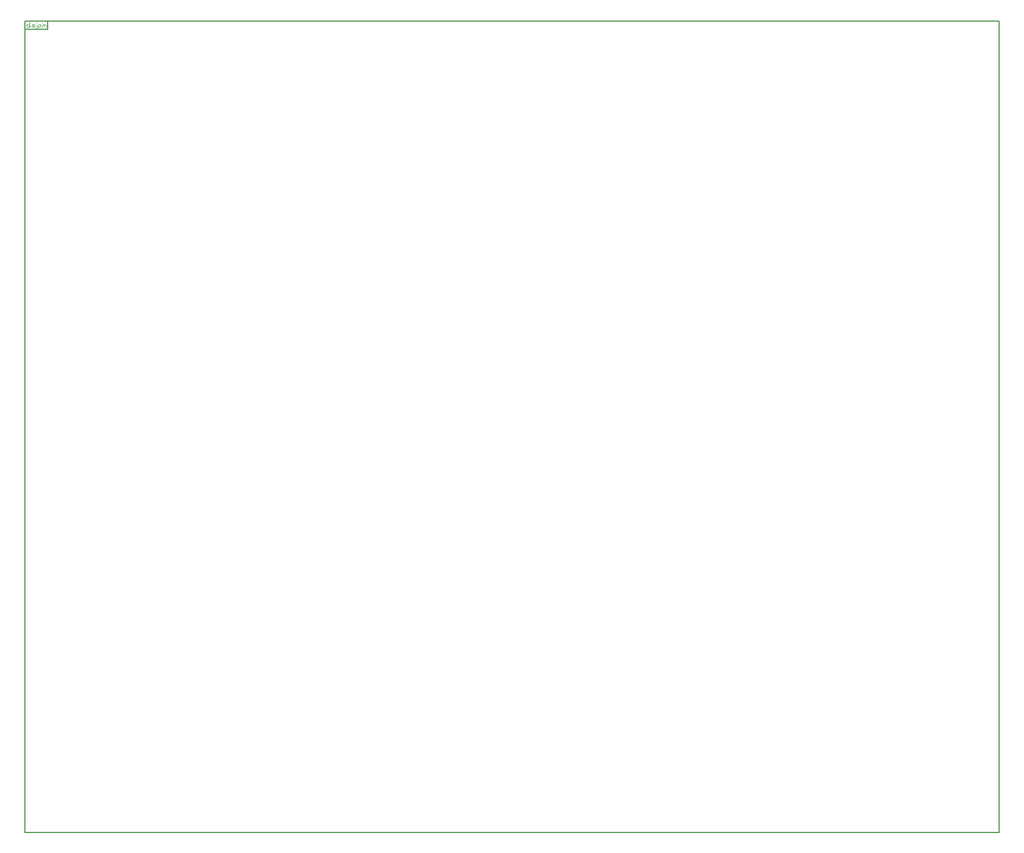
<source format=gbr>
G04 This is an RS-274x file exported by *
G04 gerbv version 2.7.0 *
G04 More information is available about gerbv at *
G04 http://gerbv.geda-project.org/ *
G04 --End of header info--*
%MOIN*%
%FSLAX36Y36*%
%IPPOS*%
G04 --Define apertures--*
%ADD10C,0.0060*%
%ADD11C,0.0040*%
%ADD12C,0.0100*%
G04 --Start main section--*
G54D10*
G01X0140000Y5000000D02*
G01X0140000Y4950000D01*
G01X0000000Y5000000D02*
G01X0140000Y5000000D01*
G01X0000000Y4950000D02*
G01X0000000Y5000000D01*
G01X0140000Y4950000D02*
G01X0000000Y4950000D01*
G54D11*
G01X0025200Y4992400D02*
G01X0025200Y4962000D01*
G01X0021400Y4962000D02*
G01X0025200Y4965800D01*
G01X0013800Y4962000D02*
G01X0021400Y4962000D01*
G01X0010000Y4965800D02*
G01X0013800Y4962000D01*
G01X0010000Y4973400D02*
G01X0010000Y4965800D01*
G01X0010000Y4973400D02*
G01X0013800Y4977200D01*
G01X0013800Y4977200D02*
G01X0021400Y4977200D01*
G01X0021400Y4977200D02*
G01X0025200Y4973400D01*
G01X0034320Y4984800D02*
G01X0034320Y4984040D01*
G01X0034320Y4973400D02*
G01X0034320Y4962000D01*
G01X0045720Y4962000D02*
G01X0057120Y4962000D01*
G01X0057120Y4962000D02*
G01X0060920Y4965800D01*
G01X0057120Y4969600D02*
G01X0060920Y4965800D01*
G01X0045720Y4969600D02*
G01X0057120Y4969600D01*
G01X0041920Y4973400D02*
G01X0045720Y4969600D01*
G01X0041920Y4973400D02*
G01X0045720Y4977200D01*
G01X0045720Y4977200D02*
G01X0057120Y4977200D01*
G01X0057120Y4977200D02*
G01X0060920Y4973400D01*
G01X0041920Y4965800D02*
G01X0045720Y4962000D01*
G01X0073840Y4984800D02*
G01X0073840Y4984040D01*
G01X0073840Y4973400D02*
G01X0073840Y4954400D01*
G01X0070040Y4950600D02*
G01X0073840Y4954400D01*
G01X0081440Y4973400D02*
G01X0081440Y4965800D01*
G01X0081440Y4973400D02*
G01X0085240Y4977200D01*
G01X0085240Y4977200D02*
G01X0092840Y4977200D01*
G01X0092840Y4977200D02*
G01X0096640Y4973400D01*
G01X0096640Y4973400D02*
G01X0096640Y4965800D01*
G01X0092840Y4962000D02*
G01X0096640Y4965800D01*
G01X0085240Y4962000D02*
G01X0092840Y4962000D01*
G01X0081440Y4965800D02*
G01X0085240Y4962000D01*
G01X0105760Y4984800D02*
G01X0105760Y4984040D01*
G01X0105760Y4973400D02*
G01X0105760Y4962000D01*
G01X0117160Y4973400D02*
G01X0117160Y4962000D01*
G01X0117160Y4973400D02*
G01X0120960Y4977200D01*
G01X0120960Y4977200D02*
G01X0124760Y4977200D01*
G01X0124760Y4977200D02*
G01X0128560Y4973400D01*
G01X0128560Y4973400D02*
G01X0128560Y4962000D01*
G01X0113360Y4977200D02*
G01X0117160Y4973400D01*
G01X0000000Y0000000D02*
G01X0000000Y0000000D02*
G54D10*
G01X0000000Y5000000D02*
G01X0000000Y0000000D01*
G01X0000000Y5000000D02*
G01X6000000Y5000000D01*
G01X0000000Y0000000D02*
G01X6000000Y0000000D01*
G01X6000000Y5000000D02*
G01X6000000Y0000000D01*
G01X0000000Y0000000D02*
M02*

</source>
